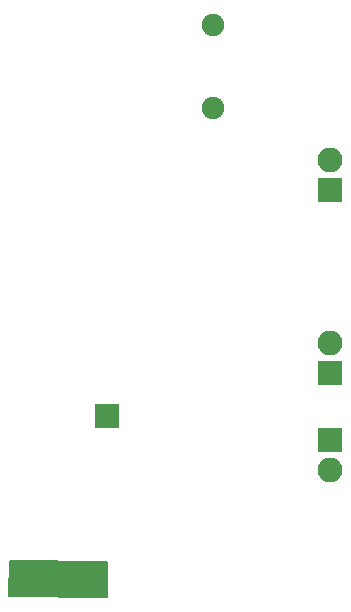
<source format=gbr>
G04 #@! TF.GenerationSoftware,KiCad,Pcbnew,(5.0.0)*
G04 #@! TF.CreationDate,2019-01-07T23:24:32-05:00*
G04 #@! TF.ProjectId,Audio_Breakout,417564696F5F427265616B6F75742E6B,rev?*
G04 #@! TF.SameCoordinates,Original*
G04 #@! TF.FileFunction,Soldermask,Bot*
G04 #@! TF.FilePolarity,Negative*
%FSLAX46Y46*%
G04 Gerber Fmt 4.6, Leading zero omitted, Abs format (unit mm)*
G04 Created by KiCad (PCBNEW (5.0.0)) date 01/07/19 23:24:32*
%MOMM*%
%LPD*%
G01*
G04 APERTURE LIST*
%ADD10C,0.150000*%
%ADD11C,1.900000*%
%ADD12O,2.100000X2.100000*%
%ADD13R,2.100000X2.100000*%
G04 APERTURE END LIST*
D10*
G36*
X120964960Y-147066000D02*
X120901460Y-150017480D01*
X129174240Y-150080980D01*
X129153920Y-147152360D01*
X120964960Y-147066000D01*
G37*
X120964960Y-147066000D02*
X120901460Y-150017480D01*
X129174240Y-150080980D01*
X129153920Y-147152360D01*
X120964960Y-147066000D01*
D11*
G04 #@! TO.C,J4*
X138112500Y-108714500D03*
X138112500Y-101714500D03*
G04 #@! TD*
D12*
G04 #@! TO.C,J6*
X148082000Y-113157000D03*
D13*
X148082000Y-115697000D03*
G04 #@! TD*
D12*
G04 #@! TO.C,J7*
X148069300Y-128612900D03*
D13*
X148069300Y-131152900D03*
G04 #@! TD*
D12*
G04 #@! TO.C,J8*
X148061680Y-139354560D03*
D13*
X148061680Y-136814560D03*
G04 #@! TD*
G04 #@! TO.C,J9*
X129171700Y-134835900D03*
G04 #@! TD*
M02*

</source>
